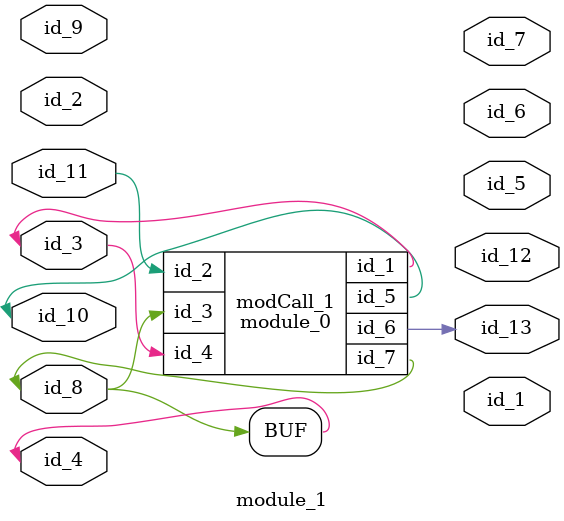
<source format=v>
module module_0 (
    id_1,
    id_2,
    id_3,
    id_4,
    id_5,
    id_6,
    id_7
);
  inout wire id_7;
  output wire id_6;
  inout wire id_5;
  input wire id_4;
  input wire id_3;
  input wire id_2;
  inout wire id_1;
endmodule
module module_1 (
    id_1,
    id_2,
    id_3,
    id_4,
    id_5,
    id_6,
    id_7,
    id_8,
    id_9,
    id_10,
    id_11,
    id_12,
    id_13
);
  output wire id_13;
  output wire id_12;
  module_0 modCall_1 (
      id_3,
      id_11,
      id_8,
      id_3,
      id_10,
      id_13,
      id_4
  );
  input wire id_11;
  inout wire id_10;
  input wire id_9;
  input wire id_8;
  output wire id_7;
  output wire id_6;
  output wire id_5;
  inout wire id_4;
  inout wire id_3;
  input wire id_2;
  output wire id_1;
  generate
    assign id_4 = id_8;
  endgenerate
endmodule

</source>
